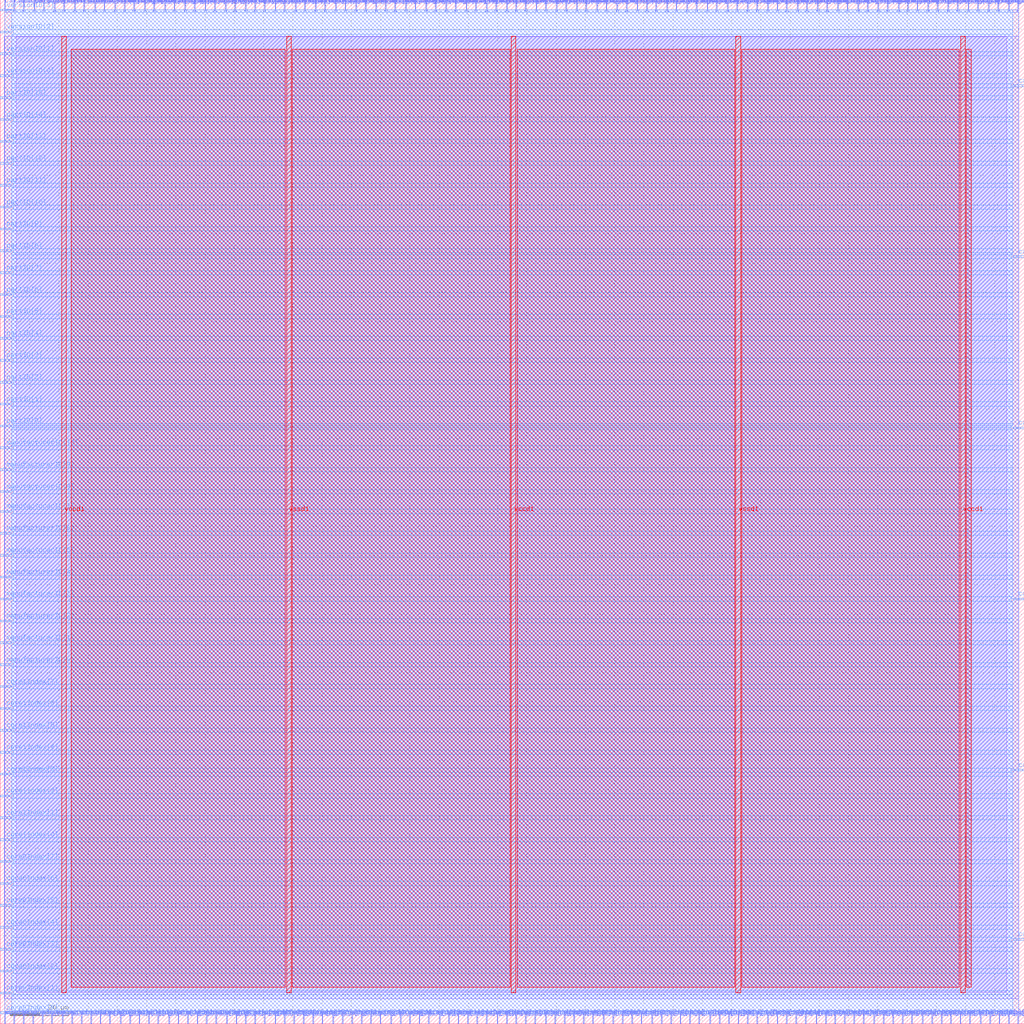
<source format=lef>
VERSION 5.7 ;
  NOWIREEXTENSIONATPIN ON ;
  DIVIDERCHAR "/" ;
  BUSBITCHARS "[]" ;
MACRO CaravelHost
  CLASS BLOCK ;
  FOREIGN CaravelHost ;
  ORIGIN 0.000 0.000 ;
  SIZE 350.000 BY 350.000 ;
  PIN caravel_irq[0]
    DIRECTION OUTPUT TRISTATE ;
    USE SIGNAL ;
    PORT
      LAYER met3 ;
        RECT 346.000 144.880 350.000 145.480 ;
    END
  END caravel_irq[0]
  PIN caravel_irq[1]
    DIRECTION OUTPUT TRISTATE ;
    USE SIGNAL ;
    PORT
      LAYER met3 ;
        RECT 346.000 203.360 350.000 203.960 ;
    END
  END caravel_irq[1]
  PIN caravel_irq[2]
    DIRECTION OUTPUT TRISTATE ;
    USE SIGNAL ;
    PORT
      LAYER met3 ;
        RECT 346.000 261.840 350.000 262.440 ;
    END
  END caravel_irq[2]
  PIN caravel_irq[3]
    DIRECTION OUTPUT TRISTATE ;
    USE SIGNAL ;
    PORT
      LAYER met3 ;
        RECT 346.000 320.320 350.000 320.920 ;
    END
  END caravel_irq[3]
  PIN caravel_uart_rx
    DIRECTION INPUT ;
    USE SIGNAL ;
    PORT
      LAYER met3 ;
        RECT 346.000 28.600 350.000 29.200 ;
    END
  END caravel_uart_rx
  PIN caravel_uart_tx
    DIRECTION OUTPUT TRISTATE ;
    USE SIGNAL ;
    PORT
      LAYER met3 ;
        RECT 346.000 86.400 350.000 87.000 ;
    END
  END caravel_uart_tx
  PIN caravel_wb_ack_i
    DIRECTION INPUT ;
    USE SIGNAL ;
    PORT
      LAYER met2 ;
        RECT 1.470 346.000 1.750 350.000 ;
    END
  END caravel_wb_ack_i
  PIN caravel_wb_adr_o[0]
    DIRECTION OUTPUT TRISTATE ;
    USE SIGNAL ;
    PORT
      LAYER met2 ;
        RECT 21.710 346.000 21.990 350.000 ;
    END
  END caravel_wb_adr_o[0]
  PIN caravel_wb_adr_o[10]
    DIRECTION OUTPUT TRISTATE ;
    USE SIGNAL ;
    PORT
      LAYER met2 ;
        RECT 138.550 346.000 138.830 350.000 ;
    END
  END caravel_wb_adr_o[10]
  PIN caravel_wb_adr_o[11]
    DIRECTION OUTPUT TRISTATE ;
    USE SIGNAL ;
    PORT
      LAYER met2 ;
        RECT 148.670 346.000 148.950 350.000 ;
    END
  END caravel_wb_adr_o[11]
  PIN caravel_wb_adr_o[12]
    DIRECTION OUTPUT TRISTATE ;
    USE SIGNAL ;
    PORT
      LAYER met2 ;
        RECT 159.250 346.000 159.530 350.000 ;
    END
  END caravel_wb_adr_o[12]
  PIN caravel_wb_adr_o[13]
    DIRECTION OUTPUT TRISTATE ;
    USE SIGNAL ;
    PORT
      LAYER met2 ;
        RECT 169.370 346.000 169.650 350.000 ;
    END
  END caravel_wb_adr_o[13]
  PIN caravel_wb_adr_o[14]
    DIRECTION OUTPUT TRISTATE ;
    USE SIGNAL ;
    PORT
      LAYER met2 ;
        RECT 179.490 346.000 179.770 350.000 ;
    END
  END caravel_wb_adr_o[14]
  PIN caravel_wb_adr_o[15]
    DIRECTION OUTPUT TRISTATE ;
    USE SIGNAL ;
    PORT
      LAYER met2 ;
        RECT 190.070 346.000 190.350 350.000 ;
    END
  END caravel_wb_adr_o[15]
  PIN caravel_wb_adr_o[16]
    DIRECTION OUTPUT TRISTATE ;
    USE SIGNAL ;
    PORT
      LAYER met2 ;
        RECT 200.190 346.000 200.470 350.000 ;
    END
  END caravel_wb_adr_o[16]
  PIN caravel_wb_adr_o[17]
    DIRECTION OUTPUT TRISTATE ;
    USE SIGNAL ;
    PORT
      LAYER met2 ;
        RECT 210.770 346.000 211.050 350.000 ;
    END
  END caravel_wb_adr_o[17]
  PIN caravel_wb_adr_o[18]
    DIRECTION OUTPUT TRISTATE ;
    USE SIGNAL ;
    PORT
      LAYER met2 ;
        RECT 220.890 346.000 221.170 350.000 ;
    END
  END caravel_wb_adr_o[18]
  PIN caravel_wb_adr_o[19]
    DIRECTION OUTPUT TRISTATE ;
    USE SIGNAL ;
    PORT
      LAYER met2 ;
        RECT 231.010 346.000 231.290 350.000 ;
    END
  END caravel_wb_adr_o[19]
  PIN caravel_wb_adr_o[1]
    DIRECTION OUTPUT TRISTATE ;
    USE SIGNAL ;
    PORT
      LAYER met2 ;
        RECT 35.510 346.000 35.790 350.000 ;
    END
  END caravel_wb_adr_o[1]
  PIN caravel_wb_adr_o[20]
    DIRECTION OUTPUT TRISTATE ;
    USE SIGNAL ;
    PORT
      LAYER met2 ;
        RECT 241.590 346.000 241.870 350.000 ;
    END
  END caravel_wb_adr_o[20]
  PIN caravel_wb_adr_o[21]
    DIRECTION OUTPUT TRISTATE ;
    USE SIGNAL ;
    PORT
      LAYER met2 ;
        RECT 251.710 346.000 251.990 350.000 ;
    END
  END caravel_wb_adr_o[21]
  PIN caravel_wb_adr_o[22]
    DIRECTION OUTPUT TRISTATE ;
    USE SIGNAL ;
    PORT
      LAYER met2 ;
        RECT 262.290 346.000 262.570 350.000 ;
    END
  END caravel_wb_adr_o[22]
  PIN caravel_wb_adr_o[23]
    DIRECTION OUTPUT TRISTATE ;
    USE SIGNAL ;
    PORT
      LAYER met2 ;
        RECT 272.410 346.000 272.690 350.000 ;
    END
  END caravel_wb_adr_o[23]
  PIN caravel_wb_adr_o[24]
    DIRECTION OUTPUT TRISTATE ;
    USE SIGNAL ;
    PORT
      LAYER met2 ;
        RECT 282.530 346.000 282.810 350.000 ;
    END
  END caravel_wb_adr_o[24]
  PIN caravel_wb_adr_o[25]
    DIRECTION OUTPUT TRISTATE ;
    USE SIGNAL ;
    PORT
      LAYER met2 ;
        RECT 293.110 346.000 293.390 350.000 ;
    END
  END caravel_wb_adr_o[25]
  PIN caravel_wb_adr_o[26]
    DIRECTION OUTPUT TRISTATE ;
    USE SIGNAL ;
    PORT
      LAYER met2 ;
        RECT 303.230 346.000 303.510 350.000 ;
    END
  END caravel_wb_adr_o[26]
  PIN caravel_wb_adr_o[27]
    DIRECTION OUTPUT TRISTATE ;
    USE SIGNAL ;
    PORT
      LAYER met2 ;
        RECT 313.350 346.000 313.630 350.000 ;
    END
  END caravel_wb_adr_o[27]
  PIN caravel_wb_adr_o[2]
    DIRECTION OUTPUT TRISTATE ;
    USE SIGNAL ;
    PORT
      LAYER met2 ;
        RECT 49.310 346.000 49.590 350.000 ;
    END
  END caravel_wb_adr_o[2]
  PIN caravel_wb_adr_o[3]
    DIRECTION OUTPUT TRISTATE ;
    USE SIGNAL ;
    PORT
      LAYER met2 ;
        RECT 63.110 346.000 63.390 350.000 ;
    END
  END caravel_wb_adr_o[3]
  PIN caravel_wb_adr_o[4]
    DIRECTION OUTPUT TRISTATE ;
    USE SIGNAL ;
    PORT
      LAYER met2 ;
        RECT 76.910 346.000 77.190 350.000 ;
    END
  END caravel_wb_adr_o[4]
  PIN caravel_wb_adr_o[5]
    DIRECTION OUTPUT TRISTATE ;
    USE SIGNAL ;
    PORT
      LAYER met2 ;
        RECT 87.030 346.000 87.310 350.000 ;
    END
  END caravel_wb_adr_o[5]
  PIN caravel_wb_adr_o[6]
    DIRECTION OUTPUT TRISTATE ;
    USE SIGNAL ;
    PORT
      LAYER met2 ;
        RECT 97.150 346.000 97.430 350.000 ;
    END
  END caravel_wb_adr_o[6]
  PIN caravel_wb_adr_o[7]
    DIRECTION OUTPUT TRISTATE ;
    USE SIGNAL ;
    PORT
      LAYER met2 ;
        RECT 107.730 346.000 108.010 350.000 ;
    END
  END caravel_wb_adr_o[7]
  PIN caravel_wb_adr_o[8]
    DIRECTION OUTPUT TRISTATE ;
    USE SIGNAL ;
    PORT
      LAYER met2 ;
        RECT 117.850 346.000 118.130 350.000 ;
    END
  END caravel_wb_adr_o[8]
  PIN caravel_wb_adr_o[9]
    DIRECTION OUTPUT TRISTATE ;
    USE SIGNAL ;
    PORT
      LAYER met2 ;
        RECT 128.430 346.000 128.710 350.000 ;
    END
  END caravel_wb_adr_o[9]
  PIN caravel_wb_cyc_o
    DIRECTION OUTPUT TRISTATE ;
    USE SIGNAL ;
    PORT
      LAYER met2 ;
        RECT 4.690 346.000 4.970 350.000 ;
    END
  END caravel_wb_cyc_o
  PIN caravel_wb_data_i[0]
    DIRECTION INPUT ;
    USE SIGNAL ;
    PORT
      LAYER met2 ;
        RECT 25.390 346.000 25.670 350.000 ;
    END
  END caravel_wb_data_i[0]
  PIN caravel_wb_data_i[10]
    DIRECTION INPUT ;
    USE SIGNAL ;
    PORT
      LAYER met2 ;
        RECT 141.770 346.000 142.050 350.000 ;
    END
  END caravel_wb_data_i[10]
  PIN caravel_wb_data_i[11]
    DIRECTION INPUT ;
    USE SIGNAL ;
    PORT
      LAYER met2 ;
        RECT 152.350 346.000 152.630 350.000 ;
    END
  END caravel_wb_data_i[11]
  PIN caravel_wb_data_i[12]
    DIRECTION INPUT ;
    USE SIGNAL ;
    PORT
      LAYER met2 ;
        RECT 162.470 346.000 162.750 350.000 ;
    END
  END caravel_wb_data_i[12]
  PIN caravel_wb_data_i[13]
    DIRECTION INPUT ;
    USE SIGNAL ;
    PORT
      LAYER met2 ;
        RECT 173.050 346.000 173.330 350.000 ;
    END
  END caravel_wb_data_i[13]
  PIN caravel_wb_data_i[14]
    DIRECTION INPUT ;
    USE SIGNAL ;
    PORT
      LAYER met2 ;
        RECT 183.170 346.000 183.450 350.000 ;
    END
  END caravel_wb_data_i[14]
  PIN caravel_wb_data_i[15]
    DIRECTION INPUT ;
    USE SIGNAL ;
    PORT
      LAYER met2 ;
        RECT 193.290 346.000 193.570 350.000 ;
    END
  END caravel_wb_data_i[15]
  PIN caravel_wb_data_i[16]
    DIRECTION INPUT ;
    USE SIGNAL ;
    PORT
      LAYER met2 ;
        RECT 203.870 346.000 204.150 350.000 ;
    END
  END caravel_wb_data_i[16]
  PIN caravel_wb_data_i[17]
    DIRECTION INPUT ;
    USE SIGNAL ;
    PORT
      LAYER met2 ;
        RECT 213.990 346.000 214.270 350.000 ;
    END
  END caravel_wb_data_i[17]
  PIN caravel_wb_data_i[18]
    DIRECTION INPUT ;
    USE SIGNAL ;
    PORT
      LAYER met2 ;
        RECT 224.110 346.000 224.390 350.000 ;
    END
  END caravel_wb_data_i[18]
  PIN caravel_wb_data_i[19]
    DIRECTION INPUT ;
    USE SIGNAL ;
    PORT
      LAYER met2 ;
        RECT 234.690 346.000 234.970 350.000 ;
    END
  END caravel_wb_data_i[19]
  PIN caravel_wb_data_i[1]
    DIRECTION INPUT ;
    USE SIGNAL ;
    PORT
      LAYER met2 ;
        RECT 39.190 346.000 39.470 350.000 ;
    END
  END caravel_wb_data_i[1]
  PIN caravel_wb_data_i[20]
    DIRECTION INPUT ;
    USE SIGNAL ;
    PORT
      LAYER met2 ;
        RECT 244.810 346.000 245.090 350.000 ;
    END
  END caravel_wb_data_i[20]
  PIN caravel_wb_data_i[21]
    DIRECTION INPUT ;
    USE SIGNAL ;
    PORT
      LAYER met2 ;
        RECT 255.390 346.000 255.670 350.000 ;
    END
  END caravel_wb_data_i[21]
  PIN caravel_wb_data_i[22]
    DIRECTION INPUT ;
    USE SIGNAL ;
    PORT
      LAYER met2 ;
        RECT 265.510 346.000 265.790 350.000 ;
    END
  END caravel_wb_data_i[22]
  PIN caravel_wb_data_i[23]
    DIRECTION INPUT ;
    USE SIGNAL ;
    PORT
      LAYER met2 ;
        RECT 275.630 346.000 275.910 350.000 ;
    END
  END caravel_wb_data_i[23]
  PIN caravel_wb_data_i[24]
    DIRECTION INPUT ;
    USE SIGNAL ;
    PORT
      LAYER met2 ;
        RECT 286.210 346.000 286.490 350.000 ;
    END
  END caravel_wb_data_i[24]
  PIN caravel_wb_data_i[25]
    DIRECTION INPUT ;
    USE SIGNAL ;
    PORT
      LAYER met2 ;
        RECT 296.330 346.000 296.610 350.000 ;
    END
  END caravel_wb_data_i[25]
  PIN caravel_wb_data_i[26]
    DIRECTION INPUT ;
    USE SIGNAL ;
    PORT
      LAYER met2 ;
        RECT 306.910 346.000 307.190 350.000 ;
    END
  END caravel_wb_data_i[26]
  PIN caravel_wb_data_i[27]
    DIRECTION INPUT ;
    USE SIGNAL ;
    PORT
      LAYER met2 ;
        RECT 317.030 346.000 317.310 350.000 ;
    END
  END caravel_wb_data_i[27]
  PIN caravel_wb_data_i[28]
    DIRECTION INPUT ;
    USE SIGNAL ;
    PORT
      LAYER met2 ;
        RECT 323.930 346.000 324.210 350.000 ;
    END
  END caravel_wb_data_i[28]
  PIN caravel_wb_data_i[29]
    DIRECTION INPUT ;
    USE SIGNAL ;
    PORT
      LAYER met2 ;
        RECT 330.830 346.000 331.110 350.000 ;
    END
  END caravel_wb_data_i[29]
  PIN caravel_wb_data_i[2]
    DIRECTION INPUT ;
    USE SIGNAL ;
    PORT
      LAYER met2 ;
        RECT 52.530 346.000 52.810 350.000 ;
    END
  END caravel_wb_data_i[2]
  PIN caravel_wb_data_i[30]
    DIRECTION INPUT ;
    USE SIGNAL ;
    PORT
      LAYER met2 ;
        RECT 337.730 346.000 338.010 350.000 ;
    END
  END caravel_wb_data_i[30]
  PIN caravel_wb_data_i[31]
    DIRECTION INPUT ;
    USE SIGNAL ;
    PORT
      LAYER met2 ;
        RECT 344.630 346.000 344.910 350.000 ;
    END
  END caravel_wb_data_i[31]
  PIN caravel_wb_data_i[3]
    DIRECTION INPUT ;
    USE SIGNAL ;
    PORT
      LAYER met2 ;
        RECT 66.330 346.000 66.610 350.000 ;
    END
  END caravel_wb_data_i[3]
  PIN caravel_wb_data_i[4]
    DIRECTION INPUT ;
    USE SIGNAL ;
    PORT
      LAYER met2 ;
        RECT 80.130 346.000 80.410 350.000 ;
    END
  END caravel_wb_data_i[4]
  PIN caravel_wb_data_i[5]
    DIRECTION INPUT ;
    USE SIGNAL ;
    PORT
      LAYER met2 ;
        RECT 90.250 346.000 90.530 350.000 ;
    END
  END caravel_wb_data_i[5]
  PIN caravel_wb_data_i[6]
    DIRECTION INPUT ;
    USE SIGNAL ;
    PORT
      LAYER met2 ;
        RECT 100.830 346.000 101.110 350.000 ;
    END
  END caravel_wb_data_i[6]
  PIN caravel_wb_data_i[7]
    DIRECTION INPUT ;
    USE SIGNAL ;
    PORT
      LAYER met2 ;
        RECT 110.950 346.000 111.230 350.000 ;
    END
  END caravel_wb_data_i[7]
  PIN caravel_wb_data_i[8]
    DIRECTION INPUT ;
    USE SIGNAL ;
    PORT
      LAYER met2 ;
        RECT 121.530 346.000 121.810 350.000 ;
    END
  END caravel_wb_data_i[8]
  PIN caravel_wb_data_i[9]
    DIRECTION INPUT ;
    USE SIGNAL ;
    PORT
      LAYER met2 ;
        RECT 131.650 346.000 131.930 350.000 ;
    END
  END caravel_wb_data_i[9]
  PIN caravel_wb_data_o[0]
    DIRECTION OUTPUT TRISTATE ;
    USE SIGNAL ;
    PORT
      LAYER met2 ;
        RECT 28.610 346.000 28.890 350.000 ;
    END
  END caravel_wb_data_o[0]
  PIN caravel_wb_data_o[10]
    DIRECTION OUTPUT TRISTATE ;
    USE SIGNAL ;
    PORT
      LAYER met2 ;
        RECT 145.450 346.000 145.730 350.000 ;
    END
  END caravel_wb_data_o[10]
  PIN caravel_wb_data_o[11]
    DIRECTION OUTPUT TRISTATE ;
    USE SIGNAL ;
    PORT
      LAYER met2 ;
        RECT 155.570 346.000 155.850 350.000 ;
    END
  END caravel_wb_data_o[11]
  PIN caravel_wb_data_o[12]
    DIRECTION OUTPUT TRISTATE ;
    USE SIGNAL ;
    PORT
      LAYER met2 ;
        RECT 166.150 346.000 166.430 350.000 ;
    END
  END caravel_wb_data_o[12]
  PIN caravel_wb_data_o[13]
    DIRECTION OUTPUT TRISTATE ;
    USE SIGNAL ;
    PORT
      LAYER met2 ;
        RECT 176.270 346.000 176.550 350.000 ;
    END
  END caravel_wb_data_o[13]
  PIN caravel_wb_data_o[14]
    DIRECTION OUTPUT TRISTATE ;
    USE SIGNAL ;
    PORT
      LAYER met2 ;
        RECT 186.390 346.000 186.670 350.000 ;
    END
  END caravel_wb_data_o[14]
  PIN caravel_wb_data_o[15]
    DIRECTION OUTPUT TRISTATE ;
    USE SIGNAL ;
    PORT
      LAYER met2 ;
        RECT 196.970 346.000 197.250 350.000 ;
    END
  END caravel_wb_data_o[15]
  PIN caravel_wb_data_o[16]
    DIRECTION OUTPUT TRISTATE ;
    USE SIGNAL ;
    PORT
      LAYER met2 ;
        RECT 207.090 346.000 207.370 350.000 ;
    END
  END caravel_wb_data_o[16]
  PIN caravel_wb_data_o[17]
    DIRECTION OUTPUT TRISTATE ;
    USE SIGNAL ;
    PORT
      LAYER met2 ;
        RECT 217.670 346.000 217.950 350.000 ;
    END
  END caravel_wb_data_o[17]
  PIN caravel_wb_data_o[18]
    DIRECTION OUTPUT TRISTATE ;
    USE SIGNAL ;
    PORT
      LAYER met2 ;
        RECT 227.790 346.000 228.070 350.000 ;
    END
  END caravel_wb_data_o[18]
  PIN caravel_wb_data_o[19]
    DIRECTION OUTPUT TRISTATE ;
    USE SIGNAL ;
    PORT
      LAYER met2 ;
        RECT 237.910 346.000 238.190 350.000 ;
    END
  END caravel_wb_data_o[19]
  PIN caravel_wb_data_o[1]
    DIRECTION OUTPUT TRISTATE ;
    USE SIGNAL ;
    PORT
      LAYER met2 ;
        RECT 42.410 346.000 42.690 350.000 ;
    END
  END caravel_wb_data_o[1]
  PIN caravel_wb_data_o[20]
    DIRECTION OUTPUT TRISTATE ;
    USE SIGNAL ;
    PORT
      LAYER met2 ;
        RECT 248.490 346.000 248.770 350.000 ;
    END
  END caravel_wb_data_o[20]
  PIN caravel_wb_data_o[21]
    DIRECTION OUTPUT TRISTATE ;
    USE SIGNAL ;
    PORT
      LAYER met2 ;
        RECT 258.610 346.000 258.890 350.000 ;
    END
  END caravel_wb_data_o[21]
  PIN caravel_wb_data_o[22]
    DIRECTION OUTPUT TRISTATE ;
    USE SIGNAL ;
    PORT
      LAYER met2 ;
        RECT 268.730 346.000 269.010 350.000 ;
    END
  END caravel_wb_data_o[22]
  PIN caravel_wb_data_o[23]
    DIRECTION OUTPUT TRISTATE ;
    USE SIGNAL ;
    PORT
      LAYER met2 ;
        RECT 279.310 346.000 279.590 350.000 ;
    END
  END caravel_wb_data_o[23]
  PIN caravel_wb_data_o[24]
    DIRECTION OUTPUT TRISTATE ;
    USE SIGNAL ;
    PORT
      LAYER met2 ;
        RECT 289.430 346.000 289.710 350.000 ;
    END
  END caravel_wb_data_o[24]
  PIN caravel_wb_data_o[25]
    DIRECTION OUTPUT TRISTATE ;
    USE SIGNAL ;
    PORT
      LAYER met2 ;
        RECT 300.010 346.000 300.290 350.000 ;
    END
  END caravel_wb_data_o[25]
  PIN caravel_wb_data_o[26]
    DIRECTION OUTPUT TRISTATE ;
    USE SIGNAL ;
    PORT
      LAYER met2 ;
        RECT 310.130 346.000 310.410 350.000 ;
    END
  END caravel_wb_data_o[26]
  PIN caravel_wb_data_o[27]
    DIRECTION OUTPUT TRISTATE ;
    USE SIGNAL ;
    PORT
      LAYER met2 ;
        RECT 320.250 346.000 320.530 350.000 ;
    END
  END caravel_wb_data_o[27]
  PIN caravel_wb_data_o[28]
    DIRECTION OUTPUT TRISTATE ;
    USE SIGNAL ;
    PORT
      LAYER met2 ;
        RECT 327.150 346.000 327.430 350.000 ;
    END
  END caravel_wb_data_o[28]
  PIN caravel_wb_data_o[29]
    DIRECTION OUTPUT TRISTATE ;
    USE SIGNAL ;
    PORT
      LAYER met2 ;
        RECT 334.050 346.000 334.330 350.000 ;
    END
  END caravel_wb_data_o[29]
  PIN caravel_wb_data_o[2]
    DIRECTION OUTPUT TRISTATE ;
    USE SIGNAL ;
    PORT
      LAYER met2 ;
        RECT 56.210 346.000 56.490 350.000 ;
    END
  END caravel_wb_data_o[2]
  PIN caravel_wb_data_o[30]
    DIRECTION OUTPUT TRISTATE ;
    USE SIGNAL ;
    PORT
      LAYER met2 ;
        RECT 340.950 346.000 341.230 350.000 ;
    END
  END caravel_wb_data_o[30]
  PIN caravel_wb_data_o[31]
    DIRECTION OUTPUT TRISTATE ;
    USE SIGNAL ;
    PORT
      LAYER met2 ;
        RECT 347.850 346.000 348.130 350.000 ;
    END
  END caravel_wb_data_o[31]
  PIN caravel_wb_data_o[3]
    DIRECTION OUTPUT TRISTATE ;
    USE SIGNAL ;
    PORT
      LAYER met2 ;
        RECT 70.010 346.000 70.290 350.000 ;
    END
  END caravel_wb_data_o[3]
  PIN caravel_wb_data_o[4]
    DIRECTION OUTPUT TRISTATE ;
    USE SIGNAL ;
    PORT
      LAYER met2 ;
        RECT 83.810 346.000 84.090 350.000 ;
    END
  END caravel_wb_data_o[4]
  PIN caravel_wb_data_o[5]
    DIRECTION OUTPUT TRISTATE ;
    USE SIGNAL ;
    PORT
      LAYER met2 ;
        RECT 93.930 346.000 94.210 350.000 ;
    END
  END caravel_wb_data_o[5]
  PIN caravel_wb_data_o[6]
    DIRECTION OUTPUT TRISTATE ;
    USE SIGNAL ;
    PORT
      LAYER met2 ;
        RECT 104.050 346.000 104.330 350.000 ;
    END
  END caravel_wb_data_o[6]
  PIN caravel_wb_data_o[7]
    DIRECTION OUTPUT TRISTATE ;
    USE SIGNAL ;
    PORT
      LAYER met2 ;
        RECT 114.630 346.000 114.910 350.000 ;
    END
  END caravel_wb_data_o[7]
  PIN caravel_wb_data_o[8]
    DIRECTION OUTPUT TRISTATE ;
    USE SIGNAL ;
    PORT
      LAYER met2 ;
        RECT 124.750 346.000 125.030 350.000 ;
    END
  END caravel_wb_data_o[8]
  PIN caravel_wb_data_o[9]
    DIRECTION OUTPUT TRISTATE ;
    USE SIGNAL ;
    PORT
      LAYER met2 ;
        RECT 134.870 346.000 135.150 350.000 ;
    END
  END caravel_wb_data_o[9]
  PIN caravel_wb_error_i
    DIRECTION INPUT ;
    USE SIGNAL ;
    PORT
      LAYER met2 ;
        RECT 7.910 346.000 8.190 350.000 ;
    END
  END caravel_wb_error_i
  PIN caravel_wb_sel_o[0]
    DIRECTION OUTPUT TRISTATE ;
    USE SIGNAL ;
    PORT
      LAYER met2 ;
        RECT 32.290 346.000 32.570 350.000 ;
    END
  END caravel_wb_sel_o[0]
  PIN caravel_wb_sel_o[1]
    DIRECTION OUTPUT TRISTATE ;
    USE SIGNAL ;
    PORT
      LAYER met2 ;
        RECT 45.630 346.000 45.910 350.000 ;
    END
  END caravel_wb_sel_o[1]
  PIN caravel_wb_sel_o[2]
    DIRECTION OUTPUT TRISTATE ;
    USE SIGNAL ;
    PORT
      LAYER met2 ;
        RECT 59.430 346.000 59.710 350.000 ;
    END
  END caravel_wb_sel_o[2]
  PIN caravel_wb_sel_o[3]
    DIRECTION OUTPUT TRISTATE ;
    USE SIGNAL ;
    PORT
      LAYER met2 ;
        RECT 73.230 346.000 73.510 350.000 ;
    END
  END caravel_wb_sel_o[3]
  PIN caravel_wb_stall_i
    DIRECTION INPUT ;
    USE SIGNAL ;
    PORT
      LAYER met2 ;
        RECT 11.590 346.000 11.870 350.000 ;
    END
  END caravel_wb_stall_i
  PIN caravel_wb_stb_o
    DIRECTION OUTPUT TRISTATE ;
    USE SIGNAL ;
    PORT
      LAYER met2 ;
        RECT 14.810 346.000 15.090 350.000 ;
    END
  END caravel_wb_stb_o
  PIN caravel_wb_we_o
    DIRECTION OUTPUT TRISTATE ;
    USE SIGNAL ;
    PORT
      LAYER met2 ;
        RECT 18.490 346.000 18.770 350.000 ;
    END
  END caravel_wb_we_o
  PIN core0Index[0]
    DIRECTION OUTPUT TRISTATE ;
    USE SIGNAL ;
    PORT
      LAYER met3 ;
        RECT 0.000 3.440 4.000 4.040 ;
    END
  END core0Index[0]
  PIN core0Index[1]
    DIRECTION OUTPUT TRISTATE ;
    USE SIGNAL ;
    PORT
      LAYER met3 ;
        RECT 0.000 10.240 4.000 10.840 ;
    END
  END core0Index[1]
  PIN core0Index[2]
    DIRECTION OUTPUT TRISTATE ;
    USE SIGNAL ;
    PORT
      LAYER met3 ;
        RECT 0.000 17.720 4.000 18.320 ;
    END
  END core0Index[2]
  PIN core0Index[3]
    DIRECTION OUTPUT TRISTATE ;
    USE SIGNAL ;
    PORT
      LAYER met3 ;
        RECT 0.000 25.200 4.000 25.800 ;
    END
  END core0Index[3]
  PIN core0Index[4]
    DIRECTION OUTPUT TRISTATE ;
    USE SIGNAL ;
    PORT
      LAYER met3 ;
        RECT 0.000 32.680 4.000 33.280 ;
    END
  END core0Index[4]
  PIN core0Index[5]
    DIRECTION OUTPUT TRISTATE ;
    USE SIGNAL ;
    PORT
      LAYER met3 ;
        RECT 0.000 40.160 4.000 40.760 ;
    END
  END core0Index[5]
  PIN core0Index[6]
    DIRECTION OUTPUT TRISTATE ;
    USE SIGNAL ;
    PORT
      LAYER met3 ;
        RECT 0.000 47.640 4.000 48.240 ;
    END
  END core0Index[6]
  PIN core0Index[7]
    DIRECTION OUTPUT TRISTATE ;
    USE SIGNAL ;
    PORT
      LAYER met3 ;
        RECT 0.000 55.120 4.000 55.720 ;
    END
  END core0Index[7]
  PIN core1Index[0]
    DIRECTION OUTPUT TRISTATE ;
    USE SIGNAL ;
    PORT
      LAYER met3 ;
        RECT 0.000 62.600 4.000 63.200 ;
    END
  END core1Index[0]
  PIN core1Index[1]
    DIRECTION OUTPUT TRISTATE ;
    USE SIGNAL ;
    PORT
      LAYER met3 ;
        RECT 0.000 70.080 4.000 70.680 ;
    END
  END core1Index[1]
  PIN core1Index[2]
    DIRECTION OUTPUT TRISTATE ;
    USE SIGNAL ;
    PORT
      LAYER met3 ;
        RECT 0.000 77.560 4.000 78.160 ;
    END
  END core1Index[2]
  PIN core1Index[3]
    DIRECTION OUTPUT TRISTATE ;
    USE SIGNAL ;
    PORT
      LAYER met3 ;
        RECT 0.000 85.040 4.000 85.640 ;
    END
  END core1Index[3]
  PIN core1Index[4]
    DIRECTION OUTPUT TRISTATE ;
    USE SIGNAL ;
    PORT
      LAYER met3 ;
        RECT 0.000 92.520 4.000 93.120 ;
    END
  END core1Index[4]
  PIN core1Index[5]
    DIRECTION OUTPUT TRISTATE ;
    USE SIGNAL ;
    PORT
      LAYER met3 ;
        RECT 0.000 100.000 4.000 100.600 ;
    END
  END core1Index[5]
  PIN core1Index[6]
    DIRECTION OUTPUT TRISTATE ;
    USE SIGNAL ;
    PORT
      LAYER met3 ;
        RECT 0.000 107.480 4.000 108.080 ;
    END
  END core1Index[6]
  PIN core1Index[7]
    DIRECTION OUTPUT TRISTATE ;
    USE SIGNAL ;
    PORT
      LAYER met3 ;
        RECT 0.000 114.960 4.000 115.560 ;
    END
  END core1Index[7]
  PIN manufacturerID[0]
    DIRECTION OUTPUT TRISTATE ;
    USE SIGNAL ;
    PORT
      LAYER met3 ;
        RECT 0.000 122.440 4.000 123.040 ;
    END
  END manufacturerID[0]
  PIN manufacturerID[10]
    DIRECTION OUTPUT TRISTATE ;
    USE SIGNAL ;
    PORT
      LAYER met3 ;
        RECT 0.000 196.560 4.000 197.160 ;
    END
  END manufacturerID[10]
  PIN manufacturerID[1]
    DIRECTION OUTPUT TRISTATE ;
    USE SIGNAL ;
    PORT
      LAYER met3 ;
        RECT 0.000 129.920 4.000 130.520 ;
    END
  END manufacturerID[1]
  PIN manufacturerID[2]
    DIRECTION OUTPUT TRISTATE ;
    USE SIGNAL ;
    PORT
      LAYER met3 ;
        RECT 0.000 137.400 4.000 138.000 ;
    END
  END manufacturerID[2]
  PIN manufacturerID[3]
    DIRECTION OUTPUT TRISTATE ;
    USE SIGNAL ;
    PORT
      LAYER met3 ;
        RECT 0.000 144.880 4.000 145.480 ;
    END
  END manufacturerID[3]
  PIN manufacturerID[4]
    DIRECTION OUTPUT TRISTATE ;
    USE SIGNAL ;
    PORT
      LAYER met3 ;
        RECT 0.000 152.360 4.000 152.960 ;
    END
  END manufacturerID[4]
  PIN manufacturerID[5]
    DIRECTION OUTPUT TRISTATE ;
    USE SIGNAL ;
    PORT
      LAYER met3 ;
        RECT 0.000 159.840 4.000 160.440 ;
    END
  END manufacturerID[5]
  PIN manufacturerID[6]
    DIRECTION OUTPUT TRISTATE ;
    USE SIGNAL ;
    PORT
      LAYER met3 ;
        RECT 0.000 167.320 4.000 167.920 ;
    END
  END manufacturerID[6]
  PIN manufacturerID[7]
    DIRECTION OUTPUT TRISTATE ;
    USE SIGNAL ;
    PORT
      LAYER met3 ;
        RECT 0.000 174.800 4.000 175.400 ;
    END
  END manufacturerID[7]
  PIN manufacturerID[8]
    DIRECTION OUTPUT TRISTATE ;
    USE SIGNAL ;
    PORT
      LAYER met3 ;
        RECT 0.000 181.600 4.000 182.200 ;
    END
  END manufacturerID[8]
  PIN manufacturerID[9]
    DIRECTION OUTPUT TRISTATE ;
    USE SIGNAL ;
    PORT
      LAYER met3 ;
        RECT 0.000 189.080 4.000 189.680 ;
    END
  END manufacturerID[9]
  PIN partID[0]
    DIRECTION OUTPUT TRISTATE ;
    USE SIGNAL ;
    PORT
      LAYER met3 ;
        RECT 0.000 204.040 4.000 204.640 ;
    END
  END partID[0]
  PIN partID[10]
    DIRECTION OUTPUT TRISTATE ;
    USE SIGNAL ;
    PORT
      LAYER met3 ;
        RECT 0.000 278.840 4.000 279.440 ;
    END
  END partID[10]
  PIN partID[11]
    DIRECTION OUTPUT TRISTATE ;
    USE SIGNAL ;
    PORT
      LAYER met3 ;
        RECT 0.000 286.320 4.000 286.920 ;
    END
  END partID[11]
  PIN partID[12]
    DIRECTION OUTPUT TRISTATE ;
    USE SIGNAL ;
    PORT
      LAYER met3 ;
        RECT 0.000 293.800 4.000 294.400 ;
    END
  END partID[12]
  PIN partID[13]
    DIRECTION OUTPUT TRISTATE ;
    USE SIGNAL ;
    PORT
      LAYER met3 ;
        RECT 0.000 301.280 4.000 301.880 ;
    END
  END partID[13]
  PIN partID[14]
    DIRECTION OUTPUT TRISTATE ;
    USE SIGNAL ;
    PORT
      LAYER met3 ;
        RECT 0.000 308.760 4.000 309.360 ;
    END
  END partID[14]
  PIN partID[15]
    DIRECTION OUTPUT TRISTATE ;
    USE SIGNAL ;
    PORT
      LAYER met3 ;
        RECT 0.000 316.240 4.000 316.840 ;
    END
  END partID[15]
  PIN partID[1]
    DIRECTION OUTPUT TRISTATE ;
    USE SIGNAL ;
    PORT
      LAYER met3 ;
        RECT 0.000 211.520 4.000 212.120 ;
    END
  END partID[1]
  PIN partID[2]
    DIRECTION OUTPUT TRISTATE ;
    USE SIGNAL ;
    PORT
      LAYER met3 ;
        RECT 0.000 219.000 4.000 219.600 ;
    END
  END partID[2]
  PIN partID[3]
    DIRECTION OUTPUT TRISTATE ;
    USE SIGNAL ;
    PORT
      LAYER met3 ;
        RECT 0.000 226.480 4.000 227.080 ;
    END
  END partID[3]
  PIN partID[4]
    DIRECTION OUTPUT TRISTATE ;
    USE SIGNAL ;
    PORT
      LAYER met3 ;
        RECT 0.000 233.960 4.000 234.560 ;
    END
  END partID[4]
  PIN partID[5]
    DIRECTION OUTPUT TRISTATE ;
    USE SIGNAL ;
    PORT
      LAYER met3 ;
        RECT 0.000 241.440 4.000 242.040 ;
    END
  END partID[5]
  PIN partID[6]
    DIRECTION OUTPUT TRISTATE ;
    USE SIGNAL ;
    PORT
      LAYER met3 ;
        RECT 0.000 248.920 4.000 249.520 ;
    END
  END partID[6]
  PIN partID[7]
    DIRECTION OUTPUT TRISTATE ;
    USE SIGNAL ;
    PORT
      LAYER met3 ;
        RECT 0.000 256.400 4.000 257.000 ;
    END
  END partID[7]
  PIN partID[8]
    DIRECTION OUTPUT TRISTATE ;
    USE SIGNAL ;
    PORT
      LAYER met3 ;
        RECT 0.000 263.880 4.000 264.480 ;
    END
  END partID[8]
  PIN partID[9]
    DIRECTION OUTPUT TRISTATE ;
    USE SIGNAL ;
    PORT
      LAYER met3 ;
        RECT 0.000 271.360 4.000 271.960 ;
    END
  END partID[9]
  PIN vccd1
    DIRECTION INPUT ;
    USE POWER ;
    PORT
      LAYER met4 ;
        RECT 21.040 10.640 22.640 337.520 ;
    END
    PORT
      LAYER met4 ;
        RECT 174.640 10.640 176.240 337.520 ;
    END
    PORT
      LAYER met4 ;
        RECT 328.240 10.640 329.840 337.520 ;
    END
  END vccd1
  PIN versionID[0]
    DIRECTION OUTPUT TRISTATE ;
    USE SIGNAL ;
    PORT
      LAYER met3 ;
        RECT 0.000 323.720 4.000 324.320 ;
    END
  END versionID[0]
  PIN versionID[1]
    DIRECTION OUTPUT TRISTATE ;
    USE SIGNAL ;
    PORT
      LAYER met3 ;
        RECT 0.000 331.200 4.000 331.800 ;
    END
  END versionID[1]
  PIN versionID[2]
    DIRECTION OUTPUT TRISTATE ;
    USE SIGNAL ;
    PORT
      LAYER met3 ;
        RECT 0.000 338.680 4.000 339.280 ;
    END
  END versionID[2]
  PIN versionID[3]
    DIRECTION OUTPUT TRISTATE ;
    USE SIGNAL ;
    PORT
      LAYER met3 ;
        RECT 0.000 346.160 4.000 346.760 ;
    END
  END versionID[3]
  PIN vssd1
    DIRECTION INPUT ;
    USE GROUND ;
    PORT
      LAYER met4 ;
        RECT 97.840 10.640 99.440 337.520 ;
    END
    PORT
      LAYER met4 ;
        RECT 251.440 10.640 253.040 337.520 ;
    END
  END vssd1
  PIN wb_clk_i
    DIRECTION INPUT ;
    USE SIGNAL ;
    PORT
      LAYER met2 ;
        RECT 1.470 0.000 1.750 4.000 ;
    END
  END wb_clk_i
  PIN wb_rst_i
    DIRECTION INPUT ;
    USE SIGNAL ;
    PORT
      LAYER met2 ;
        RECT 4.690 0.000 4.970 4.000 ;
    END
  END wb_rst_i
  PIN wbs_ack_o
    DIRECTION OUTPUT TRISTATE ;
    USE SIGNAL ;
    PORT
      LAYER met2 ;
        RECT 7.910 0.000 8.190 4.000 ;
    END
  END wbs_ack_o
  PIN wbs_adr_i[0]
    DIRECTION INPUT ;
    USE SIGNAL ;
    PORT
      LAYER met2 ;
        RECT 21.250 0.000 21.530 4.000 ;
    END
  END wbs_adr_i[0]
  PIN wbs_adr_i[10]
    DIRECTION INPUT ;
    USE SIGNAL ;
    PORT
      LAYER met2 ;
        RECT 133.490 0.000 133.770 4.000 ;
    END
  END wbs_adr_i[10]
  PIN wbs_adr_i[11]
    DIRECTION INPUT ;
    USE SIGNAL ;
    PORT
      LAYER met2 ;
        RECT 143.150 0.000 143.430 4.000 ;
    END
  END wbs_adr_i[11]
  PIN wbs_adr_i[12]
    DIRECTION INPUT ;
    USE SIGNAL ;
    PORT
      LAYER met2 ;
        RECT 153.270 0.000 153.550 4.000 ;
    END
  END wbs_adr_i[12]
  PIN wbs_adr_i[13]
    DIRECTION INPUT ;
    USE SIGNAL ;
    PORT
      LAYER met2 ;
        RECT 162.930 0.000 163.210 4.000 ;
    END
  END wbs_adr_i[13]
  PIN wbs_adr_i[14]
    DIRECTION INPUT ;
    USE SIGNAL ;
    PORT
      LAYER met2 ;
        RECT 173.050 0.000 173.330 4.000 ;
    END
  END wbs_adr_i[14]
  PIN wbs_adr_i[15]
    DIRECTION INPUT ;
    USE SIGNAL ;
    PORT
      LAYER met2 ;
        RECT 182.710 0.000 182.990 4.000 ;
    END
  END wbs_adr_i[15]
  PIN wbs_adr_i[16]
    DIRECTION INPUT ;
    USE SIGNAL ;
    PORT
      LAYER met2 ;
        RECT 192.830 0.000 193.110 4.000 ;
    END
  END wbs_adr_i[16]
  PIN wbs_adr_i[17]
    DIRECTION INPUT ;
    USE SIGNAL ;
    PORT
      LAYER met2 ;
        RECT 202.490 0.000 202.770 4.000 ;
    END
  END wbs_adr_i[17]
  PIN wbs_adr_i[18]
    DIRECTION INPUT ;
    USE SIGNAL ;
    PORT
      LAYER met2 ;
        RECT 212.610 0.000 212.890 4.000 ;
    END
  END wbs_adr_i[18]
  PIN wbs_adr_i[19]
    DIRECTION INPUT ;
    USE SIGNAL ;
    PORT
      LAYER met2 ;
        RECT 222.730 0.000 223.010 4.000 ;
    END
  END wbs_adr_i[19]
  PIN wbs_adr_i[1]
    DIRECTION INPUT ;
    USE SIGNAL ;
    PORT
      LAYER met2 ;
        RECT 34.130 0.000 34.410 4.000 ;
    END
  END wbs_adr_i[1]
  PIN wbs_adr_i[20]
    DIRECTION INPUT ;
    USE SIGNAL ;
    PORT
      LAYER met2 ;
        RECT 232.390 0.000 232.670 4.000 ;
    END
  END wbs_adr_i[20]
  PIN wbs_adr_i[21]
    DIRECTION INPUT ;
    USE SIGNAL ;
    PORT
      LAYER met2 ;
        RECT 242.510 0.000 242.790 4.000 ;
    END
  END wbs_adr_i[21]
  PIN wbs_adr_i[22]
    DIRECTION INPUT ;
    USE SIGNAL ;
    PORT
      LAYER met2 ;
        RECT 252.170 0.000 252.450 4.000 ;
    END
  END wbs_adr_i[22]
  PIN wbs_adr_i[23]
    DIRECTION INPUT ;
    USE SIGNAL ;
    PORT
      LAYER met2 ;
        RECT 262.290 0.000 262.570 4.000 ;
    END
  END wbs_adr_i[23]
  PIN wbs_adr_i[24]
    DIRECTION INPUT ;
    USE SIGNAL ;
    PORT
      LAYER met2 ;
        RECT 271.950 0.000 272.230 4.000 ;
    END
  END wbs_adr_i[24]
  PIN wbs_adr_i[25]
    DIRECTION INPUT ;
    USE SIGNAL ;
    PORT
      LAYER met2 ;
        RECT 282.070 0.000 282.350 4.000 ;
    END
  END wbs_adr_i[25]
  PIN wbs_adr_i[26]
    DIRECTION INPUT ;
    USE SIGNAL ;
    PORT
      LAYER met2 ;
        RECT 291.730 0.000 292.010 4.000 ;
    END
  END wbs_adr_i[26]
  PIN wbs_adr_i[27]
    DIRECTION INPUT ;
    USE SIGNAL ;
    PORT
      LAYER met2 ;
        RECT 301.850 0.000 302.130 4.000 ;
    END
  END wbs_adr_i[27]
  PIN wbs_adr_i[28]
    DIRECTION INPUT ;
    USE SIGNAL ;
    PORT
      LAYER met2 ;
        RECT 311.510 0.000 311.790 4.000 ;
    END
  END wbs_adr_i[28]
  PIN wbs_adr_i[29]
    DIRECTION INPUT ;
    USE SIGNAL ;
    PORT
      LAYER met2 ;
        RECT 321.630 0.000 321.910 4.000 ;
    END
  END wbs_adr_i[29]
  PIN wbs_adr_i[2]
    DIRECTION INPUT ;
    USE SIGNAL ;
    PORT
      LAYER met2 ;
        RECT 47.470 0.000 47.750 4.000 ;
    END
  END wbs_adr_i[2]
  PIN wbs_adr_i[30]
    DIRECTION INPUT ;
    USE SIGNAL ;
    PORT
      LAYER met2 ;
        RECT 331.290 0.000 331.570 4.000 ;
    END
  END wbs_adr_i[30]
  PIN wbs_adr_i[31]
    DIRECTION INPUT ;
    USE SIGNAL ;
    PORT
      LAYER met2 ;
        RECT 341.410 0.000 341.690 4.000 ;
    END
  END wbs_adr_i[31]
  PIN wbs_adr_i[3]
    DIRECTION INPUT ;
    USE SIGNAL ;
    PORT
      LAYER met2 ;
        RECT 60.810 0.000 61.090 4.000 ;
    END
  END wbs_adr_i[3]
  PIN wbs_adr_i[4]
    DIRECTION INPUT ;
    USE SIGNAL ;
    PORT
      LAYER met2 ;
        RECT 73.690 0.000 73.970 4.000 ;
    END
  END wbs_adr_i[4]
  PIN wbs_adr_i[5]
    DIRECTION INPUT ;
    USE SIGNAL ;
    PORT
      LAYER met2 ;
        RECT 83.810 0.000 84.090 4.000 ;
    END
  END wbs_adr_i[5]
  PIN wbs_adr_i[6]
    DIRECTION INPUT ;
    USE SIGNAL ;
    PORT
      LAYER met2 ;
        RECT 93.930 0.000 94.210 4.000 ;
    END
  END wbs_adr_i[6]
  PIN wbs_adr_i[7]
    DIRECTION INPUT ;
    USE SIGNAL ;
    PORT
      LAYER met2 ;
        RECT 103.590 0.000 103.870 4.000 ;
    END
  END wbs_adr_i[7]
  PIN wbs_adr_i[8]
    DIRECTION INPUT ;
    USE SIGNAL ;
    PORT
      LAYER met2 ;
        RECT 113.710 0.000 113.990 4.000 ;
    END
  END wbs_adr_i[8]
  PIN wbs_adr_i[9]
    DIRECTION INPUT ;
    USE SIGNAL ;
    PORT
      LAYER met2 ;
        RECT 123.370 0.000 123.650 4.000 ;
    END
  END wbs_adr_i[9]
  PIN wbs_cyc_i
    DIRECTION INPUT ;
    USE SIGNAL ;
    PORT
      LAYER met2 ;
        RECT 11.130 0.000 11.410 4.000 ;
    END
  END wbs_cyc_i
  PIN wbs_data_i[0]
    DIRECTION INPUT ;
    USE SIGNAL ;
    PORT
      LAYER met2 ;
        RECT 24.470 0.000 24.750 4.000 ;
    END
  END wbs_data_i[0]
  PIN wbs_data_i[10]
    DIRECTION INPUT ;
    USE SIGNAL ;
    PORT
      LAYER met2 ;
        RECT 136.710 0.000 136.990 4.000 ;
    END
  END wbs_data_i[10]
  PIN wbs_data_i[11]
    DIRECTION INPUT ;
    USE SIGNAL ;
    PORT
      LAYER met2 ;
        RECT 146.370 0.000 146.650 4.000 ;
    END
  END wbs_data_i[11]
  PIN wbs_data_i[12]
    DIRECTION INPUT ;
    USE SIGNAL ;
    PORT
      LAYER met2 ;
        RECT 156.490 0.000 156.770 4.000 ;
    END
  END wbs_data_i[12]
  PIN wbs_data_i[13]
    DIRECTION INPUT ;
    USE SIGNAL ;
    PORT
      LAYER met2 ;
        RECT 166.150 0.000 166.430 4.000 ;
    END
  END wbs_data_i[13]
  PIN wbs_data_i[14]
    DIRECTION INPUT ;
    USE SIGNAL ;
    PORT
      LAYER met2 ;
        RECT 176.270 0.000 176.550 4.000 ;
    END
  END wbs_data_i[14]
  PIN wbs_data_i[15]
    DIRECTION INPUT ;
    USE SIGNAL ;
    PORT
      LAYER met2 ;
        RECT 186.390 0.000 186.670 4.000 ;
    END
  END wbs_data_i[15]
  PIN wbs_data_i[16]
    DIRECTION INPUT ;
    USE SIGNAL ;
    PORT
      LAYER met2 ;
        RECT 196.050 0.000 196.330 4.000 ;
    END
  END wbs_data_i[16]
  PIN wbs_data_i[17]
    DIRECTION INPUT ;
    USE SIGNAL ;
    PORT
      LAYER met2 ;
        RECT 206.170 0.000 206.450 4.000 ;
    END
  END wbs_data_i[17]
  PIN wbs_data_i[18]
    DIRECTION INPUT ;
    USE SIGNAL ;
    PORT
      LAYER met2 ;
        RECT 215.830 0.000 216.110 4.000 ;
    END
  END wbs_data_i[18]
  PIN wbs_data_i[19]
    DIRECTION INPUT ;
    USE SIGNAL ;
    PORT
      LAYER met2 ;
        RECT 225.950 0.000 226.230 4.000 ;
    END
  END wbs_data_i[19]
  PIN wbs_data_i[1]
    DIRECTION INPUT ;
    USE SIGNAL ;
    PORT
      LAYER met2 ;
        RECT 37.350 0.000 37.630 4.000 ;
    END
  END wbs_data_i[1]
  PIN wbs_data_i[20]
    DIRECTION INPUT ;
    USE SIGNAL ;
    PORT
      LAYER met2 ;
        RECT 235.610 0.000 235.890 4.000 ;
    END
  END wbs_data_i[20]
  PIN wbs_data_i[21]
    DIRECTION INPUT ;
    USE SIGNAL ;
    PORT
      LAYER met2 ;
        RECT 245.730 0.000 246.010 4.000 ;
    END
  END wbs_data_i[21]
  PIN wbs_data_i[22]
    DIRECTION INPUT ;
    USE SIGNAL ;
    PORT
      LAYER met2 ;
        RECT 255.390 0.000 255.670 4.000 ;
    END
  END wbs_data_i[22]
  PIN wbs_data_i[23]
    DIRECTION INPUT ;
    USE SIGNAL ;
    PORT
      LAYER met2 ;
        RECT 265.510 0.000 265.790 4.000 ;
    END
  END wbs_data_i[23]
  PIN wbs_data_i[24]
    DIRECTION INPUT ;
    USE SIGNAL ;
    PORT
      LAYER met2 ;
        RECT 275.170 0.000 275.450 4.000 ;
    END
  END wbs_data_i[24]
  PIN wbs_data_i[25]
    DIRECTION INPUT ;
    USE SIGNAL ;
    PORT
      LAYER met2 ;
        RECT 285.290 0.000 285.570 4.000 ;
    END
  END wbs_data_i[25]
  PIN wbs_data_i[26]
    DIRECTION INPUT ;
    USE SIGNAL ;
    PORT
      LAYER met2 ;
        RECT 294.950 0.000 295.230 4.000 ;
    END
  END wbs_data_i[26]
  PIN wbs_data_i[27]
    DIRECTION INPUT ;
    USE SIGNAL ;
    PORT
      LAYER met2 ;
        RECT 305.070 0.000 305.350 4.000 ;
    END
  END wbs_data_i[27]
  PIN wbs_data_i[28]
    DIRECTION INPUT ;
    USE SIGNAL ;
    PORT
      LAYER met2 ;
        RECT 315.190 0.000 315.470 4.000 ;
    END
  END wbs_data_i[28]
  PIN wbs_data_i[29]
    DIRECTION INPUT ;
    USE SIGNAL ;
    PORT
      LAYER met2 ;
        RECT 324.850 0.000 325.130 4.000 ;
    END
  END wbs_data_i[29]
  PIN wbs_data_i[2]
    DIRECTION INPUT ;
    USE SIGNAL ;
    PORT
      LAYER met2 ;
        RECT 50.690 0.000 50.970 4.000 ;
    END
  END wbs_data_i[2]
  PIN wbs_data_i[30]
    DIRECTION INPUT ;
    USE SIGNAL ;
    PORT
      LAYER met2 ;
        RECT 334.970 0.000 335.250 4.000 ;
    END
  END wbs_data_i[30]
  PIN wbs_data_i[31]
    DIRECTION INPUT ;
    USE SIGNAL ;
    PORT
      LAYER met2 ;
        RECT 344.630 0.000 344.910 4.000 ;
    END
  END wbs_data_i[31]
  PIN wbs_data_i[3]
    DIRECTION INPUT ;
    USE SIGNAL ;
    PORT
      LAYER met2 ;
        RECT 64.030 0.000 64.310 4.000 ;
    END
  END wbs_data_i[3]
  PIN wbs_data_i[4]
    DIRECTION INPUT ;
    USE SIGNAL ;
    PORT
      LAYER met2 ;
        RECT 77.370 0.000 77.650 4.000 ;
    END
  END wbs_data_i[4]
  PIN wbs_data_i[5]
    DIRECTION INPUT ;
    USE SIGNAL ;
    PORT
      LAYER met2 ;
        RECT 87.030 0.000 87.310 4.000 ;
    END
  END wbs_data_i[5]
  PIN wbs_data_i[6]
    DIRECTION INPUT ;
    USE SIGNAL ;
    PORT
      LAYER met2 ;
        RECT 97.150 0.000 97.430 4.000 ;
    END
  END wbs_data_i[6]
  PIN wbs_data_i[7]
    DIRECTION INPUT ;
    USE SIGNAL ;
    PORT
      LAYER met2 ;
        RECT 106.810 0.000 107.090 4.000 ;
    END
  END wbs_data_i[7]
  PIN wbs_data_i[8]
    DIRECTION INPUT ;
    USE SIGNAL ;
    PORT
      LAYER met2 ;
        RECT 116.930 0.000 117.210 4.000 ;
    END
  END wbs_data_i[8]
  PIN wbs_data_i[9]
    DIRECTION INPUT ;
    USE SIGNAL ;
    PORT
      LAYER met2 ;
        RECT 126.590 0.000 126.870 4.000 ;
    END
  END wbs_data_i[9]
  PIN wbs_data_o[0]
    DIRECTION OUTPUT TRISTATE ;
    USE SIGNAL ;
    PORT
      LAYER met2 ;
        RECT 27.690 0.000 27.970 4.000 ;
    END
  END wbs_data_o[0]
  PIN wbs_data_o[10]
    DIRECTION OUTPUT TRISTATE ;
    USE SIGNAL ;
    PORT
      LAYER met2 ;
        RECT 139.930 0.000 140.210 4.000 ;
    END
  END wbs_data_o[10]
  PIN wbs_data_o[11]
    DIRECTION OUTPUT TRISTATE ;
    USE SIGNAL ;
    PORT
      LAYER met2 ;
        RECT 150.050 0.000 150.330 4.000 ;
    END
  END wbs_data_o[11]
  PIN wbs_data_o[12]
    DIRECTION OUTPUT TRISTATE ;
    USE SIGNAL ;
    PORT
      LAYER met2 ;
        RECT 159.710 0.000 159.990 4.000 ;
    END
  END wbs_data_o[12]
  PIN wbs_data_o[13]
    DIRECTION OUTPUT TRISTATE ;
    USE SIGNAL ;
    PORT
      LAYER met2 ;
        RECT 169.830 0.000 170.110 4.000 ;
    END
  END wbs_data_o[13]
  PIN wbs_data_o[14]
    DIRECTION OUTPUT TRISTATE ;
    USE SIGNAL ;
    PORT
      LAYER met2 ;
        RECT 179.490 0.000 179.770 4.000 ;
    END
  END wbs_data_o[14]
  PIN wbs_data_o[15]
    DIRECTION OUTPUT TRISTATE ;
    USE SIGNAL ;
    PORT
      LAYER met2 ;
        RECT 189.610 0.000 189.890 4.000 ;
    END
  END wbs_data_o[15]
  PIN wbs_data_o[16]
    DIRECTION OUTPUT TRISTATE ;
    USE SIGNAL ;
    PORT
      LAYER met2 ;
        RECT 199.270 0.000 199.550 4.000 ;
    END
  END wbs_data_o[16]
  PIN wbs_data_o[17]
    DIRECTION OUTPUT TRISTATE ;
    USE SIGNAL ;
    PORT
      LAYER met2 ;
        RECT 209.390 0.000 209.670 4.000 ;
    END
  END wbs_data_o[17]
  PIN wbs_data_o[18]
    DIRECTION OUTPUT TRISTATE ;
    USE SIGNAL ;
    PORT
      LAYER met2 ;
        RECT 219.050 0.000 219.330 4.000 ;
    END
  END wbs_data_o[18]
  PIN wbs_data_o[19]
    DIRECTION OUTPUT TRISTATE ;
    USE SIGNAL ;
    PORT
      LAYER met2 ;
        RECT 229.170 0.000 229.450 4.000 ;
    END
  END wbs_data_o[19]
  PIN wbs_data_o[1]
    DIRECTION OUTPUT TRISTATE ;
    USE SIGNAL ;
    PORT
      LAYER met2 ;
        RECT 41.030 0.000 41.310 4.000 ;
    END
  END wbs_data_o[1]
  PIN wbs_data_o[20]
    DIRECTION OUTPUT TRISTATE ;
    USE SIGNAL ;
    PORT
      LAYER met2 ;
        RECT 238.830 0.000 239.110 4.000 ;
    END
  END wbs_data_o[20]
  PIN wbs_data_o[21]
    DIRECTION OUTPUT TRISTATE ;
    USE SIGNAL ;
    PORT
      LAYER met2 ;
        RECT 248.950 0.000 249.230 4.000 ;
    END
  END wbs_data_o[21]
  PIN wbs_data_o[22]
    DIRECTION OUTPUT TRISTATE ;
    USE SIGNAL ;
    PORT
      LAYER met2 ;
        RECT 258.610 0.000 258.890 4.000 ;
    END
  END wbs_data_o[22]
  PIN wbs_data_o[23]
    DIRECTION OUTPUT TRISTATE ;
    USE SIGNAL ;
    PORT
      LAYER met2 ;
        RECT 268.730 0.000 269.010 4.000 ;
    END
  END wbs_data_o[23]
  PIN wbs_data_o[24]
    DIRECTION OUTPUT TRISTATE ;
    USE SIGNAL ;
    PORT
      LAYER met2 ;
        RECT 278.850 0.000 279.130 4.000 ;
    END
  END wbs_data_o[24]
  PIN wbs_data_o[25]
    DIRECTION OUTPUT TRISTATE ;
    USE SIGNAL ;
    PORT
      LAYER met2 ;
        RECT 288.510 0.000 288.790 4.000 ;
    END
  END wbs_data_o[25]
  PIN wbs_data_o[26]
    DIRECTION OUTPUT TRISTATE ;
    USE SIGNAL ;
    PORT
      LAYER met2 ;
        RECT 298.630 0.000 298.910 4.000 ;
    END
  END wbs_data_o[26]
  PIN wbs_data_o[27]
    DIRECTION OUTPUT TRISTATE ;
    USE SIGNAL ;
    PORT
      LAYER met2 ;
        RECT 308.290 0.000 308.570 4.000 ;
    END
  END wbs_data_o[27]
  PIN wbs_data_o[28]
    DIRECTION OUTPUT TRISTATE ;
    USE SIGNAL ;
    PORT
      LAYER met2 ;
        RECT 318.410 0.000 318.690 4.000 ;
    END
  END wbs_data_o[28]
  PIN wbs_data_o[29]
    DIRECTION OUTPUT TRISTATE ;
    USE SIGNAL ;
    PORT
      LAYER met2 ;
        RECT 328.070 0.000 328.350 4.000 ;
    END
  END wbs_data_o[29]
  PIN wbs_data_o[2]
    DIRECTION OUTPUT TRISTATE ;
    USE SIGNAL ;
    PORT
      LAYER met2 ;
        RECT 53.910 0.000 54.190 4.000 ;
    END
  END wbs_data_o[2]
  PIN wbs_data_o[30]
    DIRECTION OUTPUT TRISTATE ;
    USE SIGNAL ;
    PORT
      LAYER met2 ;
        RECT 338.190 0.000 338.470 4.000 ;
    END
  END wbs_data_o[30]
  PIN wbs_data_o[31]
    DIRECTION OUTPUT TRISTATE ;
    USE SIGNAL ;
    PORT
      LAYER met2 ;
        RECT 347.850 0.000 348.130 4.000 ;
    END
  END wbs_data_o[31]
  PIN wbs_data_o[3]
    DIRECTION OUTPUT TRISTATE ;
    USE SIGNAL ;
    PORT
      LAYER met2 ;
        RECT 67.250 0.000 67.530 4.000 ;
    END
  END wbs_data_o[3]
  PIN wbs_data_o[4]
    DIRECTION OUTPUT TRISTATE ;
    USE SIGNAL ;
    PORT
      LAYER met2 ;
        RECT 80.590 0.000 80.870 4.000 ;
    END
  END wbs_data_o[4]
  PIN wbs_data_o[5]
    DIRECTION OUTPUT TRISTATE ;
    USE SIGNAL ;
    PORT
      LAYER met2 ;
        RECT 90.250 0.000 90.530 4.000 ;
    END
  END wbs_data_o[5]
  PIN wbs_data_o[6]
    DIRECTION OUTPUT TRISTATE ;
    USE SIGNAL ;
    PORT
      LAYER met2 ;
        RECT 100.370 0.000 100.650 4.000 ;
    END
  END wbs_data_o[6]
  PIN wbs_data_o[7]
    DIRECTION OUTPUT TRISTATE ;
    USE SIGNAL ;
    PORT
      LAYER met2 ;
        RECT 110.030 0.000 110.310 4.000 ;
    END
  END wbs_data_o[7]
  PIN wbs_data_o[8]
    DIRECTION OUTPUT TRISTATE ;
    USE SIGNAL ;
    PORT
      LAYER met2 ;
        RECT 120.150 0.000 120.430 4.000 ;
    END
  END wbs_data_o[8]
  PIN wbs_data_o[9]
    DIRECTION OUTPUT TRISTATE ;
    USE SIGNAL ;
    PORT
      LAYER met2 ;
        RECT 129.810 0.000 130.090 4.000 ;
    END
  END wbs_data_o[9]
  PIN wbs_sel_i[0]
    DIRECTION INPUT ;
    USE SIGNAL ;
    PORT
      LAYER met2 ;
        RECT 30.910 0.000 31.190 4.000 ;
    END
  END wbs_sel_i[0]
  PIN wbs_sel_i[1]
    DIRECTION INPUT ;
    USE SIGNAL ;
    PORT
      LAYER met2 ;
        RECT 44.250 0.000 44.530 4.000 ;
    END
  END wbs_sel_i[1]
  PIN wbs_sel_i[2]
    DIRECTION INPUT ;
    USE SIGNAL ;
    PORT
      LAYER met2 ;
        RECT 57.590 0.000 57.870 4.000 ;
    END
  END wbs_sel_i[2]
  PIN wbs_sel_i[3]
    DIRECTION INPUT ;
    USE SIGNAL ;
    PORT
      LAYER met2 ;
        RECT 70.470 0.000 70.750 4.000 ;
    END
  END wbs_sel_i[3]
  PIN wbs_stb_i
    DIRECTION INPUT ;
    USE SIGNAL ;
    PORT
      LAYER met2 ;
        RECT 14.350 0.000 14.630 4.000 ;
    END
  END wbs_stb_i
  PIN wbs_we_i
    DIRECTION INPUT ;
    USE SIGNAL ;
    PORT
      LAYER met2 ;
        RECT 17.570 0.000 17.850 4.000 ;
    END
  END wbs_we_i
  OBS
      LAYER li1 ;
        RECT 5.520 10.795 344.080 337.365 ;
      LAYER met1 ;
        RECT 1.450 8.540 348.150 337.520 ;
      LAYER met2 ;
        RECT 2.030 345.720 4.410 346.645 ;
        RECT 5.250 345.720 7.630 346.645 ;
        RECT 8.470 345.720 11.310 346.645 ;
        RECT 12.150 345.720 14.530 346.645 ;
        RECT 15.370 345.720 18.210 346.645 ;
        RECT 19.050 345.720 21.430 346.645 ;
        RECT 22.270 345.720 25.110 346.645 ;
        RECT 25.950 345.720 28.330 346.645 ;
        RECT 29.170 345.720 32.010 346.645 ;
        RECT 32.850 345.720 35.230 346.645 ;
        RECT 36.070 345.720 38.910 346.645 ;
        RECT 39.750 345.720 42.130 346.645 ;
        RECT 42.970 345.720 45.350 346.645 ;
        RECT 46.190 345.720 49.030 346.645 ;
        RECT 49.870 345.720 52.250 346.645 ;
        RECT 53.090 345.720 55.930 346.645 ;
        RECT 56.770 345.720 59.150 346.645 ;
        RECT 59.990 345.720 62.830 346.645 ;
        RECT 63.670 345.720 66.050 346.645 ;
        RECT 66.890 345.720 69.730 346.645 ;
        RECT 70.570 345.720 72.950 346.645 ;
        RECT 73.790 345.720 76.630 346.645 ;
        RECT 77.470 345.720 79.850 346.645 ;
        RECT 80.690 345.720 83.530 346.645 ;
        RECT 84.370 345.720 86.750 346.645 ;
        RECT 87.590 345.720 89.970 346.645 ;
        RECT 90.810 345.720 93.650 346.645 ;
        RECT 94.490 345.720 96.870 346.645 ;
        RECT 97.710 345.720 100.550 346.645 ;
        RECT 101.390 345.720 103.770 346.645 ;
        RECT 104.610 345.720 107.450 346.645 ;
        RECT 108.290 345.720 110.670 346.645 ;
        RECT 111.510 345.720 114.350 346.645 ;
        RECT 115.190 345.720 117.570 346.645 ;
        RECT 118.410 345.720 121.250 346.645 ;
        RECT 122.090 345.720 124.470 346.645 ;
        RECT 125.310 345.720 128.150 346.645 ;
        RECT 128.990 345.720 131.370 346.645 ;
        RECT 132.210 345.720 134.590 346.645 ;
        RECT 135.430 345.720 138.270 346.645 ;
        RECT 139.110 345.720 141.490 346.645 ;
        RECT 142.330 345.720 145.170 346.645 ;
        RECT 146.010 345.720 148.390 346.645 ;
        RECT 149.230 345.720 152.070 346.645 ;
        RECT 152.910 345.720 155.290 346.645 ;
        RECT 156.130 345.720 158.970 346.645 ;
        RECT 159.810 345.720 162.190 346.645 ;
        RECT 163.030 345.720 165.870 346.645 ;
        RECT 166.710 345.720 169.090 346.645 ;
        RECT 169.930 345.720 172.770 346.645 ;
        RECT 173.610 345.720 175.990 346.645 ;
        RECT 176.830 345.720 179.210 346.645 ;
        RECT 180.050 345.720 182.890 346.645 ;
        RECT 183.730 345.720 186.110 346.645 ;
        RECT 186.950 345.720 189.790 346.645 ;
        RECT 190.630 345.720 193.010 346.645 ;
        RECT 193.850 345.720 196.690 346.645 ;
        RECT 197.530 345.720 199.910 346.645 ;
        RECT 200.750 345.720 203.590 346.645 ;
        RECT 204.430 345.720 206.810 346.645 ;
        RECT 207.650 345.720 210.490 346.645 ;
        RECT 211.330 345.720 213.710 346.645 ;
        RECT 214.550 345.720 217.390 346.645 ;
        RECT 218.230 345.720 220.610 346.645 ;
        RECT 221.450 345.720 223.830 346.645 ;
        RECT 224.670 345.720 227.510 346.645 ;
        RECT 228.350 345.720 230.730 346.645 ;
        RECT 231.570 345.720 234.410 346.645 ;
        RECT 235.250 345.720 237.630 346.645 ;
        RECT 238.470 345.720 241.310 346.645 ;
        RECT 242.150 345.720 244.530 346.645 ;
        RECT 245.370 345.720 248.210 346.645 ;
        RECT 249.050 345.720 251.430 346.645 ;
        RECT 252.270 345.720 255.110 346.645 ;
        RECT 255.950 345.720 258.330 346.645 ;
        RECT 259.170 345.720 262.010 346.645 ;
        RECT 262.850 345.720 265.230 346.645 ;
        RECT 266.070 345.720 268.450 346.645 ;
        RECT 269.290 345.720 272.130 346.645 ;
        RECT 272.970 345.720 275.350 346.645 ;
        RECT 276.190 345.720 279.030 346.645 ;
        RECT 279.870 345.720 282.250 346.645 ;
        RECT 283.090 345.720 285.930 346.645 ;
        RECT 286.770 345.720 289.150 346.645 ;
        RECT 289.990 345.720 292.830 346.645 ;
        RECT 293.670 345.720 296.050 346.645 ;
        RECT 296.890 345.720 299.730 346.645 ;
        RECT 300.570 345.720 302.950 346.645 ;
        RECT 303.790 345.720 306.630 346.645 ;
        RECT 307.470 345.720 309.850 346.645 ;
        RECT 310.690 345.720 313.070 346.645 ;
        RECT 313.910 345.720 316.750 346.645 ;
        RECT 317.590 345.720 319.970 346.645 ;
        RECT 320.810 345.720 323.650 346.645 ;
        RECT 324.490 345.720 326.870 346.645 ;
        RECT 327.710 345.720 330.550 346.645 ;
        RECT 331.390 345.720 333.770 346.645 ;
        RECT 334.610 345.720 337.450 346.645 ;
        RECT 338.290 345.720 340.670 346.645 ;
        RECT 341.510 345.720 344.350 346.645 ;
        RECT 345.190 345.720 347.570 346.645 ;
        RECT 1.480 4.280 348.120 345.720 ;
        RECT 2.030 3.670 4.410 4.280 ;
        RECT 5.250 3.670 7.630 4.280 ;
        RECT 8.470 3.670 10.850 4.280 ;
        RECT 11.690 3.670 14.070 4.280 ;
        RECT 14.910 3.670 17.290 4.280 ;
        RECT 18.130 3.670 20.970 4.280 ;
        RECT 21.810 3.670 24.190 4.280 ;
        RECT 25.030 3.670 27.410 4.280 ;
        RECT 28.250 3.670 30.630 4.280 ;
        RECT 31.470 3.670 33.850 4.280 ;
        RECT 34.690 3.670 37.070 4.280 ;
        RECT 37.910 3.670 40.750 4.280 ;
        RECT 41.590 3.670 43.970 4.280 ;
        RECT 44.810 3.670 47.190 4.280 ;
        RECT 48.030 3.670 50.410 4.280 ;
        RECT 51.250 3.670 53.630 4.280 ;
        RECT 54.470 3.670 57.310 4.280 ;
        RECT 58.150 3.670 60.530 4.280 ;
        RECT 61.370 3.670 63.750 4.280 ;
        RECT 64.590 3.670 66.970 4.280 ;
        RECT 67.810 3.670 70.190 4.280 ;
        RECT 71.030 3.670 73.410 4.280 ;
        RECT 74.250 3.670 77.090 4.280 ;
        RECT 77.930 3.670 80.310 4.280 ;
        RECT 81.150 3.670 83.530 4.280 ;
        RECT 84.370 3.670 86.750 4.280 ;
        RECT 87.590 3.670 89.970 4.280 ;
        RECT 90.810 3.670 93.650 4.280 ;
        RECT 94.490 3.670 96.870 4.280 ;
        RECT 97.710 3.670 100.090 4.280 ;
        RECT 100.930 3.670 103.310 4.280 ;
        RECT 104.150 3.670 106.530 4.280 ;
        RECT 107.370 3.670 109.750 4.280 ;
        RECT 110.590 3.670 113.430 4.280 ;
        RECT 114.270 3.670 116.650 4.280 ;
        RECT 117.490 3.670 119.870 4.280 ;
        RECT 120.710 3.670 123.090 4.280 ;
        RECT 123.930 3.670 126.310 4.280 ;
        RECT 127.150 3.670 129.530 4.280 ;
        RECT 130.370 3.670 133.210 4.280 ;
        RECT 134.050 3.670 136.430 4.280 ;
        RECT 137.270 3.670 139.650 4.280 ;
        RECT 140.490 3.670 142.870 4.280 ;
        RECT 143.710 3.670 146.090 4.280 ;
        RECT 146.930 3.670 149.770 4.280 ;
        RECT 150.610 3.670 152.990 4.280 ;
        RECT 153.830 3.670 156.210 4.280 ;
        RECT 157.050 3.670 159.430 4.280 ;
        RECT 160.270 3.670 162.650 4.280 ;
        RECT 163.490 3.670 165.870 4.280 ;
        RECT 166.710 3.670 169.550 4.280 ;
        RECT 170.390 3.670 172.770 4.280 ;
        RECT 173.610 3.670 175.990 4.280 ;
        RECT 176.830 3.670 179.210 4.280 ;
        RECT 180.050 3.670 182.430 4.280 ;
        RECT 183.270 3.670 186.110 4.280 ;
        RECT 186.950 3.670 189.330 4.280 ;
        RECT 190.170 3.670 192.550 4.280 ;
        RECT 193.390 3.670 195.770 4.280 ;
        RECT 196.610 3.670 198.990 4.280 ;
        RECT 199.830 3.670 202.210 4.280 ;
        RECT 203.050 3.670 205.890 4.280 ;
        RECT 206.730 3.670 209.110 4.280 ;
        RECT 209.950 3.670 212.330 4.280 ;
        RECT 213.170 3.670 215.550 4.280 ;
        RECT 216.390 3.670 218.770 4.280 ;
        RECT 219.610 3.670 222.450 4.280 ;
        RECT 223.290 3.670 225.670 4.280 ;
        RECT 226.510 3.670 228.890 4.280 ;
        RECT 229.730 3.670 232.110 4.280 ;
        RECT 232.950 3.670 235.330 4.280 ;
        RECT 236.170 3.670 238.550 4.280 ;
        RECT 239.390 3.670 242.230 4.280 ;
        RECT 243.070 3.670 245.450 4.280 ;
        RECT 246.290 3.670 248.670 4.280 ;
        RECT 249.510 3.670 251.890 4.280 ;
        RECT 252.730 3.670 255.110 4.280 ;
        RECT 255.950 3.670 258.330 4.280 ;
        RECT 259.170 3.670 262.010 4.280 ;
        RECT 262.850 3.670 265.230 4.280 ;
        RECT 266.070 3.670 268.450 4.280 ;
        RECT 269.290 3.670 271.670 4.280 ;
        RECT 272.510 3.670 274.890 4.280 ;
        RECT 275.730 3.670 278.570 4.280 ;
        RECT 279.410 3.670 281.790 4.280 ;
        RECT 282.630 3.670 285.010 4.280 ;
        RECT 285.850 3.670 288.230 4.280 ;
        RECT 289.070 3.670 291.450 4.280 ;
        RECT 292.290 3.670 294.670 4.280 ;
        RECT 295.510 3.670 298.350 4.280 ;
        RECT 299.190 3.670 301.570 4.280 ;
        RECT 302.410 3.670 304.790 4.280 ;
        RECT 305.630 3.670 308.010 4.280 ;
        RECT 308.850 3.670 311.230 4.280 ;
        RECT 312.070 3.670 314.910 4.280 ;
        RECT 315.750 3.670 318.130 4.280 ;
        RECT 318.970 3.670 321.350 4.280 ;
        RECT 322.190 3.670 324.570 4.280 ;
        RECT 325.410 3.670 327.790 4.280 ;
        RECT 328.630 3.670 331.010 4.280 ;
        RECT 331.850 3.670 334.690 4.280 ;
        RECT 335.530 3.670 337.910 4.280 ;
        RECT 338.750 3.670 341.130 4.280 ;
        RECT 341.970 3.670 344.350 4.280 ;
        RECT 345.190 3.670 347.570 4.280 ;
      LAYER met3 ;
        RECT 4.400 345.760 346.000 346.625 ;
        RECT 3.990 339.680 346.000 345.760 ;
        RECT 4.400 338.280 346.000 339.680 ;
        RECT 3.990 332.200 346.000 338.280 ;
        RECT 4.400 330.800 346.000 332.200 ;
        RECT 3.990 324.720 346.000 330.800 ;
        RECT 4.400 323.320 346.000 324.720 ;
        RECT 3.990 321.320 346.000 323.320 ;
        RECT 3.990 319.920 345.600 321.320 ;
        RECT 3.990 317.240 346.000 319.920 ;
        RECT 4.400 315.840 346.000 317.240 ;
        RECT 3.990 309.760 346.000 315.840 ;
        RECT 4.400 308.360 346.000 309.760 ;
        RECT 3.990 302.280 346.000 308.360 ;
        RECT 4.400 300.880 346.000 302.280 ;
        RECT 3.990 294.800 346.000 300.880 ;
        RECT 4.400 293.400 346.000 294.800 ;
        RECT 3.990 287.320 346.000 293.400 ;
        RECT 4.400 285.920 346.000 287.320 ;
        RECT 3.990 279.840 346.000 285.920 ;
        RECT 4.400 278.440 346.000 279.840 ;
        RECT 3.990 272.360 346.000 278.440 ;
        RECT 4.400 270.960 346.000 272.360 ;
        RECT 3.990 264.880 346.000 270.960 ;
        RECT 4.400 263.480 346.000 264.880 ;
        RECT 3.990 262.840 346.000 263.480 ;
        RECT 3.990 261.440 345.600 262.840 ;
        RECT 3.990 257.400 346.000 261.440 ;
        RECT 4.400 256.000 346.000 257.400 ;
        RECT 3.990 249.920 346.000 256.000 ;
        RECT 4.400 248.520 346.000 249.920 ;
        RECT 3.990 242.440 346.000 248.520 ;
        RECT 4.400 241.040 346.000 242.440 ;
        RECT 3.990 234.960 346.000 241.040 ;
        RECT 4.400 233.560 346.000 234.960 ;
        RECT 3.990 227.480 346.000 233.560 ;
        RECT 4.400 226.080 346.000 227.480 ;
        RECT 3.990 220.000 346.000 226.080 ;
        RECT 4.400 218.600 346.000 220.000 ;
        RECT 3.990 212.520 346.000 218.600 ;
        RECT 4.400 211.120 346.000 212.520 ;
        RECT 3.990 205.040 346.000 211.120 ;
        RECT 4.400 204.360 346.000 205.040 ;
        RECT 4.400 203.640 345.600 204.360 ;
        RECT 3.990 202.960 345.600 203.640 ;
        RECT 3.990 197.560 346.000 202.960 ;
        RECT 4.400 196.160 346.000 197.560 ;
        RECT 3.990 190.080 346.000 196.160 ;
        RECT 4.400 188.680 346.000 190.080 ;
        RECT 3.990 182.600 346.000 188.680 ;
        RECT 4.400 181.200 346.000 182.600 ;
        RECT 3.990 175.800 346.000 181.200 ;
        RECT 4.400 174.400 346.000 175.800 ;
        RECT 3.990 168.320 346.000 174.400 ;
        RECT 4.400 166.920 346.000 168.320 ;
        RECT 3.990 160.840 346.000 166.920 ;
        RECT 4.400 159.440 346.000 160.840 ;
        RECT 3.990 153.360 346.000 159.440 ;
        RECT 4.400 151.960 346.000 153.360 ;
        RECT 3.990 145.880 346.000 151.960 ;
        RECT 4.400 144.480 345.600 145.880 ;
        RECT 3.990 138.400 346.000 144.480 ;
        RECT 4.400 137.000 346.000 138.400 ;
        RECT 3.990 130.920 346.000 137.000 ;
        RECT 4.400 129.520 346.000 130.920 ;
        RECT 3.990 123.440 346.000 129.520 ;
        RECT 4.400 122.040 346.000 123.440 ;
        RECT 3.990 115.960 346.000 122.040 ;
        RECT 4.400 114.560 346.000 115.960 ;
        RECT 3.990 108.480 346.000 114.560 ;
        RECT 4.400 107.080 346.000 108.480 ;
        RECT 3.990 101.000 346.000 107.080 ;
        RECT 4.400 99.600 346.000 101.000 ;
        RECT 3.990 93.520 346.000 99.600 ;
        RECT 4.400 92.120 346.000 93.520 ;
        RECT 3.990 87.400 346.000 92.120 ;
        RECT 3.990 86.040 345.600 87.400 ;
        RECT 4.400 86.000 345.600 86.040 ;
        RECT 4.400 84.640 346.000 86.000 ;
        RECT 3.990 78.560 346.000 84.640 ;
        RECT 4.400 77.160 346.000 78.560 ;
        RECT 3.990 71.080 346.000 77.160 ;
        RECT 4.400 69.680 346.000 71.080 ;
        RECT 3.990 63.600 346.000 69.680 ;
        RECT 4.400 62.200 346.000 63.600 ;
        RECT 3.990 56.120 346.000 62.200 ;
        RECT 4.400 54.720 346.000 56.120 ;
        RECT 3.990 48.640 346.000 54.720 ;
        RECT 4.400 47.240 346.000 48.640 ;
        RECT 3.990 41.160 346.000 47.240 ;
        RECT 4.400 39.760 346.000 41.160 ;
        RECT 3.990 33.680 346.000 39.760 ;
        RECT 4.400 32.280 346.000 33.680 ;
        RECT 3.990 29.600 346.000 32.280 ;
        RECT 3.990 28.200 345.600 29.600 ;
        RECT 3.990 26.200 346.000 28.200 ;
        RECT 4.400 24.800 346.000 26.200 ;
        RECT 3.990 18.720 346.000 24.800 ;
        RECT 4.400 17.320 346.000 18.720 ;
        RECT 3.990 11.240 346.000 17.320 ;
        RECT 4.400 9.840 346.000 11.240 ;
        RECT 3.990 4.440 346.000 9.840 ;
        RECT 4.400 3.590 346.000 4.440 ;
      LAYER met4 ;
        RECT 24.215 12.415 97.440 333.025 ;
        RECT 99.840 12.415 174.240 333.025 ;
        RECT 176.640 12.415 251.040 333.025 ;
        RECT 253.440 12.415 327.840 333.025 ;
        RECT 330.240 12.415 331.825 333.025 ;
  END
END CaravelHost
END LIBRARY


</source>
